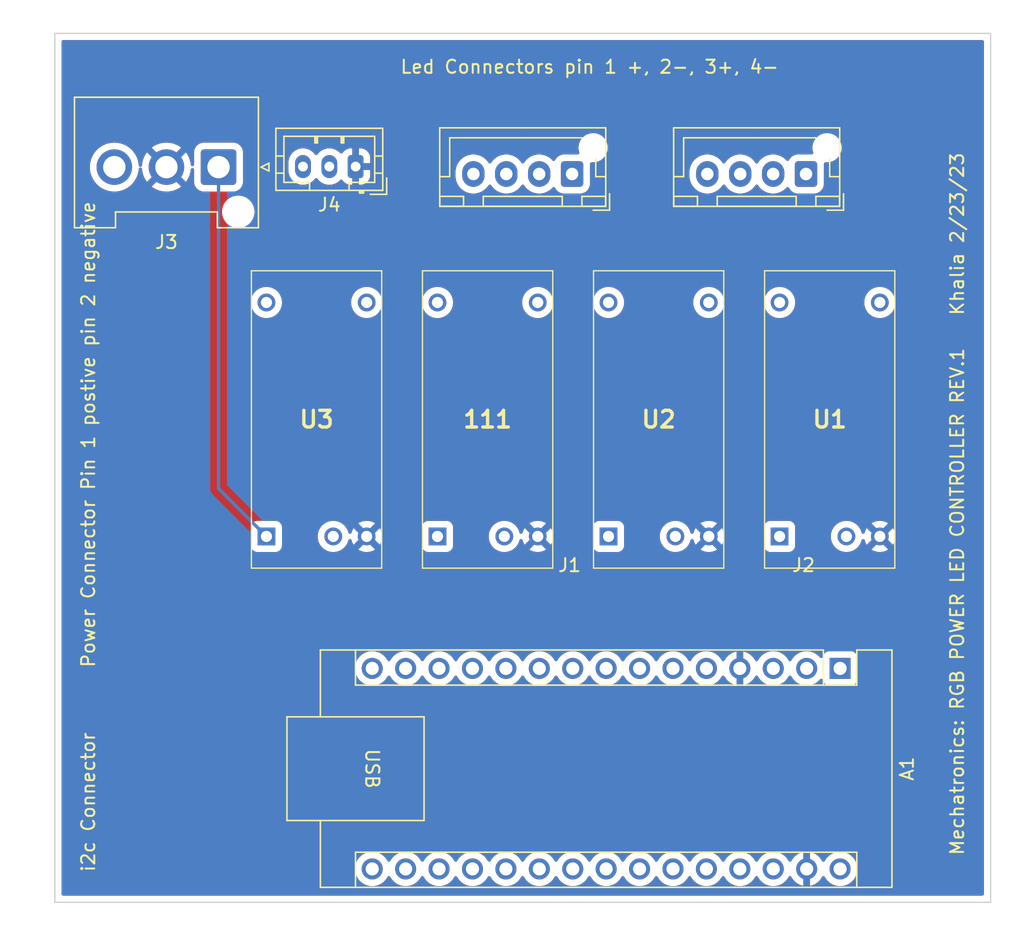
<source format=kicad_pcb>
(kicad_pcb (version 20211014) (generator pcbnew)
  (layers (0 "F.Cu" signal) (31 "B.Cu" signal) (34 "B.Paste" user) (35 "F.Paste" user) (36 "B.SilkS" user "B.Silkscreen") (37 "F.SilkS" user "F.Silkscreen") (38 "B.Mask" user) (39 "F.Mask" user) (44 "Edge.Cuts" user))
  (net 0 "")
  (net 4 "GND")
  (net 5 "Net-(A1-Pad5)")
  (net 9 "Net-(A1-Pad10)")
  (net 10 "Net-(A1-Pad11)")
  (net 22 "Net-(A1-Pad23)")
  (net 23 "Net-(A1-Pad24)")
  (net 28 "Net-(J1-Pad1)")
  (net 29 "Net-(J1-Pad2)")
  (net 30 "Net-(J2-Pad1)")
  (net 31 "Net-(J2-Pad2)")
  (net 32 "Net-(J2-Pad3)")
  (net 33 "Net-(J2-Pad4)")
  (net 34 "+BATT")
  (net 36 "Net-(J1-Pad3)")
  (net 37 "Net-(J1-Pad4)")
  (net 38 "Net-(A1-Pad6)")
  (footprint "KiCad:LDD350L" (layer "F.Cu") (at 122.76 101.73 180)
    (fp_text reference "U3" (at -3.81 8.89) (layer "F.SilkS") (effects (font (size 1.27 1.27) (thickness 0.254))))
    (fp_text value "LDD-350L" hide)
    (fp_line (start 1.14 -2.41) (end 1.14 20.19) (layer "F.SilkS") (width 0.1))
    (fp_line (start -8.76 20.19) (end -8.76 -2.41) (layer "F.SilkS") (width 0.1))
    (fp_line (start -8.76 -2.41) (end 1.14 -2.41) (layer "F.SilkS") (width 0.1))
    (fp_line (start 1.14 20.19) (end -8.76 20.19) (layer "F.SilkS") (width 0.1))
    (pad "1" thru_hole rect locked (at 0 0 180) (size 1.35 1.35) (drill 0.85) (layers *.Cu *.Mask) (net 34 "+BATT"))
    (pad "3" thru_hole circle locked (at -5.08 0 180) (size 1.35 1.35) (drill 0.85) (layers *.Cu *.Mask) (net 9 "Net-(A1-Pad10)"))
    (pad "4" thru_hole circle locked (at -7.62 0 180) (size 1.35 1.35) (drill 0.85) (layers *.Cu *.Mask) (net 4 "GND"))
    (pad "5" thru_hole circle locked (at -7.62 17.78 180) (size 1.35 1.35) (drill 0.85) (layers *.Cu *.Mask) (net 31 "Net-(J2-Pad2)"))
    (pad "6" thru_hole circle locked (at 0 17.78 180) (size 1.35 1.35) (drill 0.85) (layers *.Cu *.Mask) (net 30 "Net-(J2-Pad1)"))
  )
  (footprint "KiCad:LDD350L" (layer "F.Cu") (at 135.76 101.73 180)
    (fp_text reference "111" (at -3.81 8.89) (layer "F.SilkS") (effects (font (size 1.27 1.27) (thickness 0.254))))
    (fp_text value "LDD-350L" hide)
    (fp_line (start -8.76 20.19) (end -8.76 -2.41) (layer "F.SilkS") (width 0.1))
    (fp_line (start 1.14 -2.41) (end 1.14 20.19) (layer "F.SilkS") (width 0.1))
    (fp_line (start -8.76 -2.41) (end 1.14 -2.41) (layer "F.SilkS") (width 0.1))
    (fp_line (start 1.14 20.19) (end -8.76 20.19) (layer "F.SilkS") (width 0.1))
    (pad "1" thru_hole rect locked (at 0 0 180) (size 1.35 1.35) (drill 0.85) (layers *.Cu *.Mask) (net 34 "+BATT"))
    (pad "3" thru_hole circle locked (at -5.08 0 180) (size 1.35 1.35) (drill 0.85) (layers *.Cu *.Mask) (net 38 "Net-(A1-Pad6)"))
    (pad "4" thru_hole circle locked (at -7.62 0 180) (size 1.35 1.35) (drill 0.85) (layers *.Cu *.Mask) (net 4 "GND"))
    (pad "5" thru_hole circle locked (at -7.62 17.78 180) (size 1.35 1.35) (drill 0.85) (layers *.Cu *.Mask) (net 37 "Net-(J1-Pad4)"))
    (pad "6" thru_hole circle locked (at 0 17.78 180) (size 1.35 1.35) (drill 0.85) (layers *.Cu *.Mask) (net 36 "Net-(J1-Pad3)"))
  )
  (footprint "Connector_JST:JST_XH_B4B-XH-AM_1x04_P2.50mm_Vertical" (layer "F.Cu") (at 145.99 74.185 180)
    (fp_text reference "J2" (at -17.59 -29.73 180) (layer "F.SilkS"))
    (fp_text value "Conn_01x04_Male")
    (fp_line (start -1.6 -2.75) (end -2.85 -2.75) (layer "F.SilkS") (width 0.12))
    (fp_line (start -2.56 -2.46) (end -2.56 3.51) (layer "F.SilkS") (width 0.12))
    (fp_line (start -0.75 -1.7) (end -0.75 -2.45) (layer "F.SilkS") (width 0.12))
    (fp_line (start 8.25 -1.7) (end 10.05 -1.7) (layer "F.SilkS") (width 0.12))
    (fp_line (start -1.8 -0.2) (end -1.8 1.14) (layer "F.SilkS") (width 0.12))
    (fp_line (start 10.06 3.51) (end 10.06 -2.46) (layer "F.SilkS") (width 0.12))
    (fp_line (start 10.05 -1.7) (end 10.05 -2.45) (layer "F.SilkS") (width 0.12))
    (fp_line (start 10.06 -2.46) (end -2.56 -2.46) (layer "F.SilkS") (width 0.12))
    (fp_line (start -2.85 -2.75) (end -2.85 -1.5) (layer "F.SilkS") (width 0.12))
    (fp_line (start -2.55 -0.2) (end -1.8 -0.2) (layer "F.SilkS") (width 0.12))
    (fp_line (start 10.05 -2.45) (end 8.25 -2.45) (layer "F.SilkS") (width 0.12))
    (fp_line (start -0.75 -2.45) (end -2.55 -2.45) (layer "F.SilkS") (width 0.12))
    (fp_line (start 0.75 -2.45) (end 0.75 -1.7) (layer "F.SilkS") (width 0.12))
    (fp_line (start -2.56 3.51) (end 10.06 3.51) (layer "F.SilkS") (width 0.12))
    (fp_line (start 6.75 -1.7) (end 6.75 -2.45) (layer "F.SilkS") (width 0.12))
    (fp_line (start 10.05 -0.2) (end 9.3 -0.2) (layer "F.SilkS") (width 0.12))
    (fp_line (start 9.3 -0.2) (end 9.3 2.75) (layer "F.SilkS") (width 0.12))
    (fp_line (start 3.75 2.75) (end -0.74 2.75) (layer "F.SilkS") (width 0.12))
    (fp_line (start 0.75 -1.7) (end 6.75 -1.7) (layer "F.SilkS") (width 0.12))
    (fp_line (start 9.3 2.75) (end 3.75 2.75) (layer "F.SilkS") (width 0.12))
    (fp_line (start -2.55 -2.45) (end -2.55 -1.7) (layer "F.SilkS") (width 0.12))
    (fp_line (start 8.25 -2.45) (end 8.25 -1.7) (layer "F.SilkS") (width 0.12))
    (fp_line (start 6.75 -2.45) (end 0.75 -2.45) (layer "F.SilkS") (width 0.12))
    (fp_line (start -2.55 -1.7) (end -0.75 -1.7) (layer "F.SilkS") (width 0.12))
    (pad "" np_thru_hole circle (at -1.6 2 180) (size 1.2 1.2) (drill 1.2) (layers *.Cu *.Mask))
    (pad "1" thru_hole roundrect (at 0 0 180) (size 1.7 1.95) (drill 0.95) (layers *.Cu *.Mask) (roundrect_rratio 0.1470588235) (net 30 "Net-(J2-Pad1)"))
    (pad "2" thru_hole oval (at 2.5 0 180) (size 1.7 1.95) (drill 0.95) (layers *.Cu *.Mask) (net 31 "Net-(J2-Pad2)"))
    (pad "3" thru_hole oval (at 5 0 180) (size 1.7 1.95) (drill 0.95) (layers *.Cu *.Mask) (net 32 "Net-(J2-Pad3)"))
    (pad "4" thru_hole oval (at 7.5 0 180) (size 1.7 1.95) (drill 0.95) (layers *.Cu *.Mask) (net 33 "Net-(J2-Pad4)"))
  )
  (footprint "Connector_JST:JST_PH_B3B-PH-K_1x03_P2.00mm_Vertical" (layer "F.Cu") (at 129.54 73.62 180)
    (fp_text reference "J4" (at 2 -2.9) (layer "F.SilkS"))
    (fp_text value "Conn_01x03_Male")
    (fp_line (start 3.5 -1.2) (end 3.5 -1.81) (layer "F.SilkS") (width 0.12))
    (fp_line (start 6.06 -1.81) (end -2.06 -1.81) (layer "F.SilkS") (width 0.12))
    (fp_line (start -1.11 -2.11) (end -2.36 -2.11) (layer "F.SilkS") (width 0.12))
    (fp_line (start 6.06 0.8) (end 5.45 0.8) (layer "F.SilkS") (width 0.12))
    (fp_line (start 1 2.3) (end 1 1.8) (layer "F.SilkS") (width 0.12))
    (fp_line (start 0.9 2.3) (end 0.9 1.8) (layer "F.SilkS") (width 0.12))
    (fp_line (start 6.06 -0.5) (end 5.45 -0.5) (layer "F.SilkS") (width 0.12))
    (fp_line (start 1.1 1.8) (end 1.1 2.3) (layer "F.SilkS") (width 0.12))
    (fp_line (start 0.9 1.8) (end 1.1 1.8) (layer "F.SilkS") (width 0.12))
    (fp_line (start -0.6 -2.01) (end -0.6 -1.81) (layer "F.SilkS") (width 0.12))
    (fp_line (start -0.3 -1.91) (end -0.6 -1.91) (layer "F.SilkS") (width 0.12))
    (fp_line (start -2.06 0.8) (end -1.45 0.8) (layer "F.SilkS") (width 0.12))
    (fp_line (start -1.45 -1.2) (end -1.45 2.3) (layer "F.SilkS") (width 0.12))
    (fp_line (start 6.06 2.91) (end 6.06 -1.81) (layer "F.SilkS") (width 0.12))
    (fp_line (start 0.5 -1.2) (end -1.45 -1.2) (layer "F.SilkS") (width 0.12))
    (fp_line (start -2.06 -0.5) (end -1.45 -0.5) (layer "F.SilkS") (width 0.12))
    (fp_line (start -2.36 -2.11) (end -2.36 -0.86) (layer "F.SilkS") (width 0.12))
    (fp_line (start 3 2.3) (end 3 1.8) (layer "F.SilkS") (width 0.12))
    (fp_line (start 5.45 2.3) (end 5.45 -1.2) (layer "F.SilkS") (width 0.12))
    (fp_line (start -2.06 -1.81) (end -2.06 2.91) (layer "F.SilkS") (width 0.12))
    (fp_line (start -0.3 -1.81) (end -0.3 -2.01) (layer "F.SilkS") (width 0.12))
    (fp_line (start -0.3 -2.01) (end -0.6 -2.01) (layer "F.SilkS") (width 0.12))
    (fp_line (start 2.9 1.8) (end 3.1 1.8) (layer "F.SilkS") (width 0.12))
    (fp_line (start 3.1 1.8) (end 3.1 2.3) (layer "F.SilkS") (width 0.12))
    (fp_line (start 5.45 -1.2) (end 3.5 -1.2) (layer "F.SilkS") (width 0.12))
    (fp_line (start -1.45 2.3) (end 5.45 2.3) (layer "F.SilkS") (width 0.12))
    (fp_line (start 0.5 -1.81) (end 0.5 -1.2) (layer "F.SilkS") (width 0.12))
    (fp_line (start 2.9 2.3) (end 2.9 1.8) (layer "F.SilkS") (width 0.12))
    (fp_line (start -2.06 2.91) (end 6.06 2.91) (layer "F.SilkS") (width 0.12))
    (pad "1" thru_hole roundrect (at 0 0 180) (size 1.2 1.75) (drill 0.75) (layers *.Cu *.Mask) (roundrect_rratio 0.208333) (net 4 "GND"))
    (pad "2" thru_hole oval (at 2 0 180) (size 1.2 1.75) (drill 0.75) (layers *.Cu *.Mask) (net 23 "Net-(A1-Pad24)"))
    (pad "3" thru_hole oval (at 4 0 180) (size 1.2 1.75) (drill 0.75) (layers *.Cu *.Mask) (net 22 "Net-(A1-Pad23)"))
  )
  (footprint "KiCad:LDD350L" (layer "F.Cu") (at 148.76 101.73 180)
    (fp_text reference "U2" (at -3.81 8.89) (layer "F.SilkS") (effects (font (size 1.27 1.27) (thickness 0.254))))
    (fp_text value "LDD-350L" hide)
    (fp_line (start -8.76 -2.41) (end 1.14 -2.41) (layer "F.SilkS") (width 0.1))
    (fp_line (start -8.76 20.19) (end -8.76 -2.41) (layer "F.SilkS") (width 0.1))
    (fp_line (start 1.14 -2.41) (end 1.14 20.19) (layer "F.SilkS") (width 0.1))
    (fp_line (start 1.14 20.19) (end -8.76 20.19) (layer "F.SilkS") (width 0.1))
    (pad "1" thru_hole rect locked (at 0 0 180) (size 1.35 1.35) (drill 0.85) (layers *.Cu *.Mask) (net 34 "+BATT"))
    (pad "3" thru_hole circle locked (at -5.08 0 180) (size 1.35 1.35) (drill 0.85) (layers *.Cu *.Mask) (net 5 "Net-(A1-Pad5)"))
    (pad "4" thru_hole circle locked (at -7.62 0 180) (size 1.35 1.35) (drill 0.85) (layers *.Cu *.Mask) (net 4 "GND"))
    (pad "5" thru_hole circle locked (at -7.62 17.78 180) (size 1.35 1.35) (drill 0.85) (layers *.Cu *.Mask) (net 29 "Net-(J1-Pad2)"))
    (pad "6" thru_hole circle locked (at 0 17.78 180) (size 1.35 1.35) (drill 0.85) (layers *.Cu *.Mask) (net 28 "Net-(J1-Pad1)"))
  )
  (footprint "Connector_JST:JST_VH_B3P-VH-FB-B_1x03_P3.96mm_Vertical" (layer "F.Cu") (at 119.12 73.66 180)
    (fp_text reference "J3" (at 3.96 -5.7 180) (layer "F.SilkS"))
    (fp_text value "power_connector_JST-VH(1+,2-)")
    (fp_line (start -3.03 -4.61) (end 0.09 -4.61) (layer "F.SilkS") (width 0.12))
    (fp_line (start -3.03 5.31) (end -3.03 -4.61) (layer "F.SilkS") (width 0.12))
    (fp_line (start -3.23 0) (end -3.83 0.3) (layer "F.SilkS") (width 0.12))
    (fp_line (start -3.83 0.3) (end -3.83 -0.3) (layer "F.SilkS") (width 0.12))
    (fp_line (start -3.83 -0.3) (end -3.23 0) (layer "F.SilkS") (width 0.12))
    (fp_line (start 7.83 -3.41) (end 7.83 -4.61) (layer "F.SilkS") (width 0.12))
    (fp_line (start 0.09 -3.41) (end 7.83 -3.41) (layer "F.SilkS") (width 0.12))
    (fp_line (start 10.95 -4.61) (end 10.95 5.31) (layer "F.SilkS") (width 0.12))
    (fp_line (start 10.95 5.31) (end -3.03 5.31) (layer "F.SilkS") (width 0.12))
    (fp_line (start 0.09 -4.61) (end 0.09 -3.41) (layer "F.SilkS") (width 0.12))
    (fp_line (start 7.83 -4.61) (end 10.95 -4.61) (layer "F.SilkS") (width 0.12))
    (pad "" np_thru_hole circle (at -1.5 -3.4 180) (size 1.45 1.45) (drill 1.45) (layers *.Cu *.Mask))
    (pad "1" thru_hole roundrect (at 0 0 180) (size 2.7 2.7) (drill 1.7) (layers *.Cu *.Mask) (roundrect_rratio 0.092593) (net 34 "+BATT"))
    (pad "2" thru_hole circle (at 3.96 0 180) (size 2.7 2.7) (drill 1.7) (layers *.Cu *.Mask) (net 4 "GND"))
    (pad "3" thru_hole circle (at 7.92 0 180) (size 2.7 2.7) (drill 1.7) (layers *.Cu *.Mask))
  )
  (footprint "Connector_JST:JST_XH_B4B-XH-AM_1x04_P2.50mm_Vertical" (layer "F.Cu") (at 163.77 74.185 180)
    (fp_text reference "J1" (at 17.97 -29.73 180) (layer "F.SilkS"))
    (fp_text value "Conn_01x04_Male")
    (fp_line (start 0.75 -2.45) (end 0.75 -1.7) (layer "F.SilkS") (width 0.12))
    (fp_line (start 9.3 -0.2) (end 9.3 2.75) (layer "F.SilkS") (width 0.12))
    (fp_line (start -0.75 -1.7) (end -0.75 -2.45) (layer "F.SilkS") (width 0.12))
    (fp_line (start 3.75 2.75) (end -0.74 2.75) (layer "F.SilkS") (width 0.12))
    (fp_line (start 0.75 -1.7) (end 6.75 -1.7) (layer "F.SilkS") (width 0.12))
    (fp_line (start -1.8 -0.2) (end -1.8 1.14) (layer "F.SilkS") (width 0.12))
    (fp_line (start -1.6 -2.75) (end -2.85 -2.75) (layer "F.SilkS") (width 0.12))
    (fp_line (start -2.55 -2.45) (end -2.55 -1.7) (layer "F.SilkS") (width 0.12))
    (fp_line (start -2.55 -0.2) (end -1.8 -0.2) (layer "F.SilkS") (width 0.12))
    (fp_line (start 10.05 -2.45) (end 8.25 -2.45) (layer "F.SilkS") (width 0.12))
    (fp_line (start 9.3 2.75) (end 3.75 2.75) (layer "F.SilkS") (width 0.12))
    (fp_line (start 8.25 -2.45) (end 8.25 -1.7) (layer "F.SilkS") (width 0.12))
    (fp_line (start 6.75 -2.45) (end 0.75 -2.45) (layer "F.SilkS") (width 0.12))
    (fp_line (start -2.85 -2.75) (end -2.85 -1.5) (layer "F.SilkS") (width 0.12))
    (fp_line (start -0.75 -2.45) (end -2.55 -2.45) (layer "F.SilkS") (width 0.12))
    (fp_line (start -2.55 -1.7) (end -0.75 -1.7) (layer "F.SilkS") (width 0.12))
    (fp_line (start 10.06 -2.46) (end -2.56 -2.46) (layer "F.SilkS") (width 0.12))
    (fp_line (start 6.75 -1.7) (end 6.75 -2.45) (layer "F.SilkS") (width 0.12))
    (fp_line (start 10.06 3.51) (end 10.06 -2.46) (layer "F.SilkS") (width 0.12))
    (fp_line (start 8.25 -1.7) (end 10.05 -1.7) (layer "F.SilkS") (width 0.12))
    (fp_line (start 10.05 -0.2) (end 9.3 -0.2) (layer "F.SilkS") (width 0.12))
    (fp_line (start 10.05 -1.7) (end 10.05 -2.45) (layer "F.SilkS") (width 0.12))
    (fp_line (start -2.56 -2.46) (end -2.56 3.51) (layer "F.SilkS") (width 0.12))
    (fp_line (start -2.56 3.51) (end 10.06 3.51) (layer "F.SilkS") (width 0.12))
    (pad "" np_thru_hole circle (at -1.6 2 180) (size 1.2 1.2) (drill 1.2) (layers *.Cu *.Mask))
    (pad "1" thru_hole roundrect (at 0 0 180) (size 1.7 1.95) (drill 0.95) (layers *.Cu *.Mask) (roundrect_rratio 0.1470588235) (net 28 "Net-(J1-Pad1)"))
    (pad "2" thru_hole oval (at 2.5 0 180) (size 1.7 1.95) (drill 0.95) (layers *.Cu *.Mask) (net 29 "Net-(J1-Pad2)"))
    (pad "3" thru_hole oval (at 5 0 180) (size 1.7 1.95) (drill 0.95) (layers *.Cu *.Mask) (net 36 "Net-(J1-Pad3)"))
    (pad "4" thru_hole oval (at 7.5 0 180) (size 1.7 1.95) (drill 0.95) (layers *.Cu *.Mask) (net 37 "Net-(J1-Pad4)"))
  )
  (footprint "KiCad:LDD350L" (layer "F.Cu") (at 161.76 101.73 180)
    (fp_text reference "U1" (at -3.81 8.89) (layer "F.SilkS") (effects (font (size 1.27 1.27) (thickness 0.254))))
    (fp_text value "LDD-350L" hide)
    (fp_line (start -8.76 -2.41) (end 1.14 -2.41) (layer "F.SilkS") (width 0.1))
    (fp_line (start 1.14 20.19) (end -8.76 20.19) (layer "F.SilkS") (width 0.1))
    (fp_line (start -8.76 20.19) (end -8.76 -2.41) (layer "F.SilkS") (width 0.1))
    (fp_line (start 1.14 -2.41) (end 1.14 20.19) (layer "F.SilkS") (width 0.1))
    (pad "1" thru_hole rect locked (at 0 0 180) (size 1.35 1.35) (drill 0.85) (layers *.Cu *.Mask) (net 34 "+BATT"))
    (pad "3" thru_hole circle locked (at -5.08 0 180) (size 1.35 1.35) (drill 0.85) (layers *.Cu *.Mask) (net 10 "Net-(A1-Pad11)"))
    (pad "4" thru_hole circle locked (at -7.62 0 180) (size 1.35 1.35) (drill 0.85) (layers *.Cu *.Mask) (net 4 "GND"))
    (pad "5" thru_hole circle locked (at -7.62 17.78 180) (size 1.35 1.35) (drill 0.85) (layers *.Cu *.Mask) (net 33 "Net-(J2-Pad4)"))
    (pad "6" thru_hole circle locked (at 0 17.78 180) (size 1.35 1.35) (drill 0.85) (layers *.Cu *.Mask) (net 32 "Net-(J2-Pad3)"))
  )
  (footprint "Module:Arduino_Nano" (layer "F.Cu") (at 166.36 111.76 -90)
    (fp_text reference "A1" (at 7.62 -5.08 90) (layer "F.SilkS"))
    (fp_text value "Arduino_Nano_v3.x")
    (fp_text user "USB" (at 7.62 35.56 -90 unlocked) (layer "F.SilkS"))
    (fp_line (start 1.27 36.83) (end -1.4 36.83) (layer "F.SilkS") (width 0.12))
    (fp_line (start -1.4 39.5) (end 3.68 39.5) (layer "F.SilkS") (width 0.12))
    (fp_line (start 11.56 31.62) (end 11.56 42.04) (layer "F.SilkS") (width 0.12))
    (fp_line (start -1.4 1.27) (end -1.4 39.5) (layer "F.SilkS") (width 0.12))
    (fp_line (start 1.27 1.27) (end -1.4 1.27) (layer "F.SilkS") (width 0.12))
    (fp_line (start 16.64 -3.94) (end -1.4 -3.94) (layer "F.SilkS") (width 0.12))
    (fp_line (start 16.64 39.5) (end 11.56 39.5) (layer "F.SilkS") (width 0.12))
    (fp_line (start 3.68 42.04) (end 3.68 31.62) (layer "F.SilkS") (width 0.12))
    (fp_line (start 13.97 -1.27) (end 16.64 -1.27) (layer "F.SilkS") (width 0.12))
    (fp_line (start 11.56 42.04) (end 3.68 42.04) (layer "F.SilkS") (width 0.12))
    (fp_line (start -1.4 -3.94) (end -1.4 -1.27) (layer "F.SilkS") (width 0.12))
    (fp_line (start 1.27 1.27) (end 1.27 -1.27) (layer "F.SilkS") (width 0.12))
    (fp_line (start 13.97 -1.27) (end 13.97 36.83) (layer "F.SilkS") (width 0.12))
    (fp_line (start 13.97 36.83) (end 16.64 36.83) (layer "F.SilkS") (width 0.12))
    (fp_line (start 1.27 -1.27) (end -1.4 -1.27) (layer "F.SilkS") (width 0.12))
    (fp_line (start 1.27 1.27) (end 1.27 36.83) (layer "F.SilkS") (width 0.12))
    (fp_line (start 3.68 31.62) (end 11.56 31.62) (layer "F.SilkS") (width 0.12))
    (fp_line (start 16.64 39.5) (end 16.64 -3.94) (layer "F.SilkS") (width 0.12))
    (pad "1" thru_hole rect (at 0 0 270) (size 1.6 1.6) (drill 1) (layers *.Cu *.Mask))
    (pad "2" thru_hole oval (at 0 2.54 270) (size 1.6 1.6) (drill 1) (layers *.Cu *.Mask))
    (pad "3" thru_hole oval (at 0 5.08 270) (size 1.6 1.6) (drill 1) (layers *.Cu *.Mask))
    (pad "4" thru_hole oval (at 0 7.62 270) (size 1.6 1.6) (drill 1) (layers *.Cu *.Mask) (net 4 "GND"))
    (pad "5" thru_hole oval (at 0 10.16 270) (size 1.6 1.6) (drill 1) (layers *.Cu *.Mask) (net 5 "Net-(A1-Pad5)"))
    (pad "6" thru_hole oval (at 0 12.7 270) (size 1.6 1.6) (drill 1) (layers *.Cu *.Mask) (net 38 "Net-(A1-Pad6)"))
    (pad "7" thru_hole oval (at 0 15.24 270) (size 1.6 1.6) (drill 1) (layers *.Cu *.Mask))
    (pad "8" thru_hole oval (at 0 17.78 270) (size 1.6 1.6) (drill 1) (layers *.Cu *.Mask))
    (pad "9" thru_hole oval (at 0 20.32 270) (size 1.6 1.6) (drill 1) (layers *.Cu *.Mask))
    (pad "10" thru_hole oval (at 0 22.86 270) (size 1.6 1.6) (drill 1) (layers *.Cu *.Mask) (net 9 "Net-(A1-Pad10)"))
    (pad "11" thru_hole oval (at 0 25.4 270) (size 1.6 1.6) (drill 1) (layers *.Cu *.Mask) (net 10 "Net-(A1-Pad11)"))
    (pad "12" thru_hole oval (at 0 27.94 270) (size 1.6 1.6) (drill 1) (layers *.Cu *.Mask))
    (pad "13" thru_hole oval (at 0 30.48 270) (size 1.6 1.6) (drill 1) (layers *.Cu *.Mask))
    (pad "14" thru_hole oval (at 0 33.02 270) (size 1.6 1.6) (drill 1) (layers *.Cu *.Mask))
    (pad "15" thru_hole oval (at 0 35.56 270) (size 1.6 1.6) (drill 1) (layers *.Cu *.Mask))
    (pad "16" thru_hole oval (at 15.24 35.56 270) (size 1.6 1.6) (drill 1) (layers *.Cu *.Mask))
    (pad "17" thru_hole oval (at 15.24 33.02 270) (size 1.6 1.6) (drill 1) (layers *.Cu *.Mask))
    (pad "18" thru_hole oval (at 15.24 30.48 270) (size 1.6 1.6) (drill 1) (layers *.Cu *.Mask))
    (pad "19" thru_hole oval (at 15.24 27.94 270) (size 1.6 1.6) (drill 1) (layers *.Cu *.Mask))
    (pad "20" thru_hole oval (at 15.24 25.4 270) (size 1.6 1.6) (drill 1) (layers *.Cu *.Mask))
    (pad "21" thru_hole oval (at 15.24 22.86 270) (size 1.6 1.6) (drill 1) (layers *.Cu *.Mask))
    (pad "22" thru_hole oval (at 15.24 20.32 270) (size 1.6 1.6) (drill 1) (layers *.Cu *.Mask))
    (pad "23" thru_hole oval (at 15.24 17.78 270) (size 1.6 1.6) (drill 1) (layers *.Cu *.Mask) (net 22 "Net-(A1-Pad23)"))
    (pad "24" thru_hole oval (at 15.24 15.24 270) (size 1.6 1.6) (drill 1) (layers *.Cu *.Mask) (net 23 "Net-(A1-Pad24)"))
    (pad "25" thru_hole oval (at 15.24 12.7 270) (size 1.6 1.6) (drill 1) (layers *.Cu *.Mask))
    (pad "26" thru_hole oval (at 15.24 10.16 270) (size 1.6 1.6) (drill 1) (layers *.Cu *.Mask))
    (pad "27" thru_hole oval (at 15.24 7.62 270) (size 1.6 1.6) (drill 1) (layers *.Cu *.Mask))
    (pad "28" thru_hole oval (at 15.24 5.08 270) (size 1.6 1.6) (drill 1) (layers *.Cu *.Mask))
    (pad "29" thru_hole oval (at 15.24 2.54 270) (size 1.6 1.6) (drill 1) (layers *.Cu *.Mask) (net 4 "GND"))
    (pad "30" thru_hole oval (at 15.24 0 270) (size 1.6 1.6) (drill 1) (layers *.Cu *.Mask) (net 34 "+BATT"))
  )
  (gr_line (start 177.8 129.54) (end 106.68 129.54) (layer "Edge.Cuts") (width 0.1))
  (gr_line (start 177.8 63.5) (end 177.8 124.46) (layer "Edge.Cuts") (width 0.1))
  (gr_line (start 106.68 129.54) (end 106.68 63.5) (layer "Edge.Cuts") (width 0.1))
  (gr_line (start 177.8 63.5) (end 106.68 63.5) (layer "Edge.Cuts") (width 0.1))
  (gr_line (start 177.8 124.46) (end 177.8 129.54) (layer "Edge.Cuts") (width 0.1))
  (gr_text "Led Connectors pin 1 +, 2-, 3+, 4-" (at 147.32 66.04) (layer "F.SilkS") (effects (font (size 1 1))))
  (gr_text "Mechatronics: RGB POWER LED CONTROLLER REV.1" (at 175.26 106.68 90) (layer "F.SilkS") (effects (font (size 1 1))))
  (gr_text "i2c Connector" (at 109.22 121.92 90) (layer "F.SilkS") (effects (font (size 1 1))))
  (gr_text "Power Connector Pin 1 postive pin 2 negative" (at 109.22 93.98 90) (layer "F.SilkS") (effects (font (size 1 1))))
  (gr_text "Khalia 2/23/23" (at 175.26 78.74 90) (layer "F.SilkS") (effects (font (size 1 1))))
  (segment (start 119.12 73.66) (end 119.12 98.09) (width 0.25) (layer "B.Cu") (net 34))
  (segment (start 119.12 98.09) (end 122.76 101.73) (width 0.25) (layer "B.Cu") (net 34))
  (zone (net 4) (net_name "GND") (layers F&B.Cu) (connect_pads (clearance 0.508)) (min_thickness 0.254) (fill yes (thermal_gap 0.508) (thermal_bridge_width 0.508))
    (polygon (pts (xy 180.34 132.08) (xy 104.14 132.08) (xy 104.14 60.96) (xy 180.34 60.96)))
  )
)
</source>
